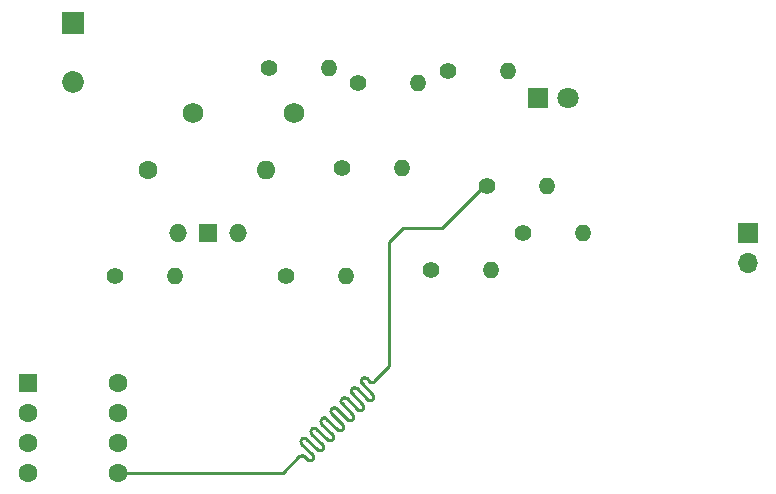
<source format=gbr>
G04 #@! TF.FileFunction,Copper,L1,Top,Signal*
%FSLAX46Y46*%
G04 Gerber Fmt 4.6, Leading zero omitted, Abs format (unit mm)*
G04 Created by KiCad (PCBNEW 4.0.7) date 07/05/18 21:38:39*
%MOMM*%
%LPD*%
G01*
G04 APERTURE LIST*
%ADD10C,0.100000*%
%ADD11R,1.700000X1.700000*%
%ADD12O,1.700000X1.700000*%
%ADD13R,1.850000X1.850000*%
%ADD14C,1.850000*%
%ADD15C,1.600000*%
%ADD16O,1.600000X1.600000*%
%ADD17C,1.733000*%
%ADD18R,1.800000X1.800000*%
%ADD19C,1.800000*%
%ADD20C,1.400000*%
%ADD21O,1.400000X1.400000*%
%ADD22O,1.524000X1.524000*%
%ADD23R,1.524000X1.524000*%
%ADD24R,1.600000X1.600000*%
%ADD25C,0.250000*%
G04 APERTURE END LIST*
D10*
D11*
X182880000Y-110490000D03*
D12*
X182880000Y-113030000D03*
D13*
X125730000Y-92710000D03*
D14*
X125730000Y-97710000D03*
D15*
X132080000Y-105156000D03*
D16*
X142080000Y-105156000D03*
D17*
X135890000Y-100330000D03*
X144450000Y-100330000D03*
D18*
X165100000Y-99060000D03*
D19*
X167640000Y-99060000D03*
D20*
X149860000Y-97790000D03*
D21*
X154940000Y-97790000D03*
D20*
X163830000Y-110490000D03*
D21*
X168910000Y-110490000D03*
D20*
X143764000Y-114173000D03*
D21*
X148844000Y-114173000D03*
D20*
X156083000Y-113665000D03*
D21*
X161163000Y-113665000D03*
D20*
X160782000Y-106553000D03*
D21*
X165862000Y-106553000D03*
D20*
X157480000Y-96774000D03*
D21*
X162560000Y-96774000D03*
D20*
X129286000Y-114173000D03*
D21*
X134366000Y-114173000D03*
D20*
X142367000Y-96520000D03*
D21*
X147447000Y-96520000D03*
D20*
X148501100Y-105003600D03*
D21*
X153581100Y-105003600D03*
D22*
X134620000Y-110490000D03*
X139700000Y-110490000D03*
D23*
X137160000Y-110490000D03*
D24*
X121920000Y-123190000D03*
D15*
X121920000Y-125730000D03*
X121920000Y-128270000D03*
X121920000Y-130810000D03*
X129540000Y-130810000D03*
X129540000Y-128270000D03*
X129540000Y-125730000D03*
X129540000Y-123190000D03*
D25*
X153670000Y-110109000D02*
X152527000Y-111252000D01*
X145252696Y-127825036D02*
X145187202Y-127839985D01*
X147548704Y-125676648D02*
X147577851Y-125737174D01*
X160782000Y-106553000D02*
X160528000Y-106553000D01*
X149741057Y-123668377D02*
X149688535Y-123626492D01*
X147619737Y-125789697D02*
X148530303Y-126700263D01*
X150537062Y-122777964D02*
X150476536Y-122748817D01*
X147142951Y-126172076D02*
X147082425Y-126142929D01*
X145003120Y-128222232D02*
X145032267Y-128282758D01*
X149449864Y-126162949D02*
X149420716Y-126223476D01*
X151146920Y-124465893D02*
X151117772Y-124526420D01*
X160528000Y-106553000D02*
X156972000Y-110109000D01*
X148284583Y-127210508D02*
X148219088Y-127195560D01*
X148397232Y-124828120D02*
X148426379Y-124888646D01*
X148520788Y-124475020D02*
X148468265Y-124516905D01*
X151117772Y-124526420D02*
X151075887Y-124578943D01*
X147681775Y-127548791D02*
X147723661Y-127601312D01*
X151204477Y-123104885D02*
X151143951Y-123134032D01*
X149429842Y-123597345D02*
X149369316Y-123626492D01*
X150313340Y-125248928D02*
X150298392Y-125314421D01*
X147767756Y-127794512D02*
X147752808Y-127860005D01*
X148581314Y-124445873D02*
X148520788Y-124475020D01*
X150123434Y-122872372D02*
X150094287Y-122932898D01*
X148158563Y-127166412D02*
X148106039Y-127124527D01*
X146294423Y-127020604D02*
X146233897Y-126991457D01*
X150411042Y-122733868D02*
X150343863Y-122733868D01*
X149316793Y-123668377D02*
X149274907Y-123720899D01*
X146729323Y-126585702D02*
X146771209Y-126638225D01*
X147798280Y-125279452D02*
X147732786Y-125294401D01*
X148840007Y-124475020D02*
X148779481Y-124445873D01*
X149981639Y-125513452D02*
X149916144Y-125498504D01*
X150079338Y-123065571D02*
X150094287Y-123131065D01*
X156972000Y-110109000D02*
X153670000Y-110109000D01*
X150885258Y-123104885D02*
X150832735Y-123063000D01*
X149562515Y-123582396D02*
X149495336Y-123582396D01*
X151078457Y-123148981D02*
X151011278Y-123148981D01*
X149245760Y-123979592D02*
X149274907Y-124040118D01*
X150114312Y-125498503D02*
X150048817Y-125513453D01*
X145871672Y-129741143D02*
X145806177Y-129756093D01*
X149265784Y-126347031D02*
X149200289Y-126361981D01*
X150217843Y-122777964D02*
X150165320Y-122819850D01*
X152527000Y-111252000D02*
X152527000Y-121793000D01*
X152527000Y-121793000D02*
X151257000Y-123063000D01*
X151257000Y-123063000D02*
X151204477Y-123104885D01*
X146346945Y-127062489D02*
X146294423Y-127020604D01*
X151143951Y-123134032D02*
X151078457Y-123148981D01*
X149420716Y-126223476D02*
X149378831Y-126275999D01*
X149855619Y-125469356D02*
X149803095Y-125427471D01*
X150298392Y-125314421D02*
X150269244Y-125374948D01*
X150476536Y-122748817D02*
X150411042Y-122733868D01*
X146833247Y-128821583D02*
X146780725Y-128863469D01*
X151011278Y-123148981D02*
X150945784Y-123134032D01*
X145204257Y-129355929D02*
X145138764Y-129340979D01*
X148382283Y-124695447D02*
X148382283Y-124762626D01*
X150343863Y-122733868D02*
X150278369Y-122748817D01*
X150945784Y-123134032D02*
X150885258Y-123104885D01*
X151075887Y-124154679D02*
X151117773Y-124207200D01*
X150651623Y-124578943D02*
X149741057Y-123668377D01*
X150313341Y-125181748D02*
X150313340Y-125248928D01*
X150832735Y-123063000D02*
X150589585Y-122819850D01*
X146522032Y-128892616D02*
X146461507Y-128863468D01*
X150589585Y-122819850D02*
X150537062Y-122777964D01*
X149378831Y-126275999D02*
X149326309Y-126317885D01*
X148779481Y-124445873D02*
X148713987Y-124430924D01*
X149245760Y-123781425D02*
X149230811Y-123846919D01*
X150278369Y-122748817D02*
X150217843Y-122777964D01*
X150830167Y-124664924D02*
X150764672Y-124649976D01*
X148616284Y-126945984D02*
X148601336Y-127011477D01*
X148530303Y-127124527D02*
X148477781Y-127166413D01*
X150165320Y-122819850D02*
X150123434Y-122872372D01*
X146884258Y-126142929D02*
X146823732Y-126172076D01*
X150094287Y-122932898D02*
X150079338Y-122998392D01*
X148954567Y-126275999D02*
X148044001Y-125365433D01*
X145032267Y-127963539D02*
X145003120Y-128024065D01*
X150079338Y-122998392D02*
X150079338Y-123065571D01*
X145984719Y-129245847D02*
X146026605Y-129298368D01*
X150094287Y-123131065D02*
X150123434Y-123191591D01*
X149464812Y-126097456D02*
X149449864Y-126162949D01*
X150123434Y-123191591D02*
X150165320Y-123244114D01*
X149464813Y-126030276D02*
X149464812Y-126097456D01*
X150165320Y-123244114D02*
X151075887Y-124154679D01*
X147619737Y-125365433D02*
X147577851Y-125417955D01*
X151117773Y-124207200D02*
X151146919Y-124267727D01*
X151146919Y-124267727D02*
X151161869Y-124333220D01*
X148417256Y-127195559D02*
X148351761Y-127210509D01*
X149230811Y-123846919D02*
X149230811Y-123914098D01*
X146685227Y-126459682D02*
X146700176Y-126525176D01*
X148397232Y-124629953D02*
X148382283Y-124695447D01*
X151161869Y-124333220D02*
X151161868Y-124400400D01*
X149133111Y-126361980D02*
X149067616Y-126347032D01*
X148106039Y-127124527D02*
X147195473Y-126213961D01*
X150962840Y-124649975D02*
X150897345Y-124664925D01*
X145319875Y-127825036D02*
X145252696Y-127825036D01*
X148426379Y-124569427D02*
X148397232Y-124629953D01*
X150897345Y-124664925D02*
X150830167Y-124664924D01*
X150764672Y-124649976D02*
X150704147Y-124620828D01*
X151161868Y-124400400D02*
X151146920Y-124465893D01*
X149369316Y-123626492D02*
X149316793Y-123668377D01*
X147577851Y-125737174D02*
X147619737Y-125789697D01*
X151075887Y-124578943D02*
X151023365Y-124620829D01*
X147310035Y-128014940D02*
X147257511Y-127973055D01*
X151023365Y-124620829D02*
X150962840Y-124649975D01*
X150704147Y-124620828D02*
X150651623Y-124578943D01*
X146035730Y-126991457D02*
X145975204Y-127020604D01*
X149688535Y-123626492D02*
X149628009Y-123597345D01*
X150227359Y-125003207D02*
X150269245Y-125055728D01*
X147082425Y-126142929D02*
X147016931Y-126127980D01*
X145074153Y-127911017D02*
X145032267Y-127963539D01*
X149628009Y-123597345D02*
X149562515Y-123582396D01*
X146771209Y-126213961D02*
X146729323Y-126266483D01*
X149495336Y-123582396D02*
X149429842Y-123597345D01*
X149274907Y-123720899D02*
X149245760Y-123781425D01*
X145836699Y-127241031D02*
X145836699Y-127308210D01*
X146919229Y-128575860D02*
X146919228Y-128643040D01*
X149230811Y-123914098D02*
X149245760Y-123979592D01*
X146729323Y-126266483D02*
X146700176Y-126327009D01*
X150269245Y-125055728D02*
X150298391Y-125116255D01*
X147436055Y-128059036D02*
X147370560Y-128044088D01*
X149274907Y-124040118D02*
X149316793Y-124092641D01*
X150048817Y-125513453D02*
X149981639Y-125513452D01*
X149316793Y-124092641D02*
X150227359Y-125003207D01*
X146780725Y-128863469D02*
X146720200Y-128892615D01*
X150227359Y-125427471D02*
X150174837Y-125469357D01*
X150298391Y-125116255D02*
X150313341Y-125181748D01*
X145498417Y-127911017D02*
X145445895Y-127869132D01*
X148530303Y-126700263D02*
X148572189Y-126752784D01*
X149326309Y-126317885D02*
X149265784Y-126347031D01*
X150269244Y-125374948D02*
X150227359Y-125427471D01*
X150174837Y-125469357D02*
X150114312Y-125498503D01*
X149916144Y-125498504D02*
X149855619Y-125469356D01*
X149803095Y-125427471D02*
X148892529Y-124516905D01*
X148892529Y-124516905D02*
X148840007Y-124475020D01*
X146070701Y-129424388D02*
X146070700Y-129491568D01*
X148713987Y-124430924D02*
X148646808Y-124430924D01*
X148646808Y-124430924D02*
X148581314Y-124445873D01*
X148468265Y-124516905D02*
X148426379Y-124569427D01*
X147991479Y-125323548D02*
X147930953Y-125294401D01*
X147577851Y-125417955D02*
X147548704Y-125478481D01*
X148382283Y-124762626D02*
X148397232Y-124828120D01*
X147865459Y-125279452D02*
X147798280Y-125279452D01*
X148477781Y-127166413D02*
X148417256Y-127195559D01*
X148426379Y-124888646D02*
X148468265Y-124941169D01*
X148468265Y-124941169D02*
X149378831Y-125851735D01*
X149378831Y-125851735D02*
X149420717Y-125904256D01*
X146026605Y-129298368D02*
X146055751Y-129358895D01*
X149420717Y-125904256D02*
X149449863Y-125964783D01*
X149449863Y-125964783D02*
X149464813Y-126030276D01*
X144988171Y-128156738D02*
X145003120Y-128222232D01*
X147930953Y-125294401D02*
X147865459Y-125279452D01*
X149200289Y-126361981D02*
X149133111Y-126361980D01*
X146461507Y-128863468D02*
X146408983Y-128821583D01*
X145032267Y-128282758D02*
X145074153Y-128335281D01*
X149067616Y-126347032D02*
X149007091Y-126317884D01*
X149007091Y-126317884D02*
X148954567Y-126275999D01*
X147548704Y-125478481D02*
X147533755Y-125543975D01*
X148044001Y-125365433D02*
X147991479Y-125323548D01*
X147732786Y-125294401D02*
X147672260Y-125323548D01*
X147672260Y-125323548D02*
X147619737Y-125365433D01*
X147533755Y-125543975D02*
X147533755Y-125611154D01*
X147533755Y-125611154D02*
X147548704Y-125676648D01*
X148572189Y-126752784D02*
X148601335Y-126813311D01*
X148601335Y-126813311D02*
X148616285Y-126878804D01*
X148616285Y-126878804D02*
X148616284Y-126945984D01*
X146823732Y-126172076D02*
X146771209Y-126213961D01*
X144945564Y-129385076D02*
X144893042Y-129426961D01*
X148601336Y-127011477D02*
X148572188Y-127072004D01*
X148572188Y-127072004D02*
X148530303Y-127124527D01*
X148351761Y-127210509D02*
X148284583Y-127210508D01*
X146587527Y-128907564D02*
X146522032Y-128892616D01*
X146055752Y-129557061D02*
X146026604Y-129617588D01*
X148219088Y-127195560D02*
X148158563Y-127166412D01*
X146875132Y-128769060D02*
X146833247Y-128821583D01*
X147195473Y-126213961D02*
X147142951Y-126172076D01*
X147016931Y-126127980D02*
X146949752Y-126127980D01*
X146949752Y-126127980D02*
X146884258Y-126142929D01*
X146700176Y-126327009D02*
X146685227Y-126392503D01*
X146685227Y-126392503D02*
X146685227Y-126459682D01*
X147370560Y-128044088D02*
X147310035Y-128014940D01*
X146700176Y-126525176D02*
X146729323Y-126585702D01*
X146771209Y-126638225D02*
X147681775Y-127548791D01*
X146919228Y-128643040D02*
X146904280Y-128708533D01*
X147723661Y-127601312D02*
X147752807Y-127661839D01*
X145071584Y-129340980D02*
X145006091Y-129355928D01*
X147752807Y-127661839D02*
X147767757Y-127727332D01*
X145975204Y-127020604D02*
X145922681Y-127062489D01*
X147767757Y-127727332D02*
X147767756Y-127794512D01*
X147752808Y-127860005D02*
X147723660Y-127920532D01*
X147723660Y-127920532D02*
X147681775Y-127973055D01*
X147681775Y-127973055D02*
X147629253Y-128014941D01*
X147629253Y-128014941D02*
X147568728Y-128044087D01*
X147568728Y-128044087D02*
X147503233Y-128059037D01*
X147503233Y-128059037D02*
X147436055Y-128059036D01*
X147257511Y-127973055D02*
X146346945Y-127062489D01*
X146233897Y-126991457D02*
X146168403Y-126976508D01*
X146168403Y-126976508D02*
X146101224Y-126976508D01*
X143510000Y-130810000D02*
X129540000Y-130810000D01*
X146101224Y-126976508D02*
X146035730Y-126991457D01*
X145922681Y-127062489D02*
X145880795Y-127115011D01*
X146833247Y-128397319D02*
X146875133Y-128449840D01*
X145880795Y-127115011D02*
X145851648Y-127175537D01*
X145851648Y-127175537D02*
X145836699Y-127241031D01*
X145836699Y-127308210D02*
X145851648Y-127373704D01*
X145851648Y-127373704D02*
X145880795Y-127434230D01*
X145880795Y-127434230D02*
X145922681Y-127486753D01*
X145922681Y-127486753D02*
X146833247Y-128397319D01*
X146875133Y-128449840D02*
X146904279Y-128510367D01*
X146904279Y-128510367D02*
X146919229Y-128575860D01*
X145738999Y-129756092D02*
X145673504Y-129741144D01*
X146904280Y-128708533D02*
X146875132Y-128769060D01*
X146720200Y-128892615D02*
X146654705Y-128907565D01*
X146654705Y-128907565D02*
X146587527Y-128907564D01*
X146408983Y-128821583D02*
X145498417Y-127911017D01*
X145445895Y-127869132D02*
X145385369Y-127839985D01*
X145932197Y-129711997D02*
X145871672Y-129741143D01*
X145385369Y-127839985D02*
X145319875Y-127825036D01*
X145806177Y-129756093D02*
X145738999Y-129756092D01*
X145187202Y-127839985D02*
X145126676Y-127869132D01*
X145126676Y-127869132D02*
X145074153Y-127911017D01*
X145003120Y-128024065D02*
X144988171Y-128089559D01*
X144988171Y-128089559D02*
X144988171Y-128156738D01*
X145074153Y-128335281D02*
X145984719Y-129245847D01*
X146055751Y-129358895D02*
X146070701Y-129424388D01*
X146070700Y-129491568D02*
X146055752Y-129557061D01*
X146026604Y-129617588D02*
X145984719Y-129670111D01*
X145984719Y-129670111D02*
X145932197Y-129711997D01*
X145673504Y-129741144D02*
X145612979Y-129711996D01*
X145612979Y-129711996D02*
X145560455Y-129670111D01*
X145560455Y-129670111D02*
X145317306Y-129426962D01*
X145317306Y-129426962D02*
X145264784Y-129385075D01*
X145264784Y-129385075D02*
X145204257Y-129355929D01*
X145138764Y-129340979D02*
X145071584Y-129340980D01*
X145006091Y-129355928D02*
X144945564Y-129385076D01*
X144893042Y-129426961D02*
X143510000Y-130810000D01*
M02*

</source>
